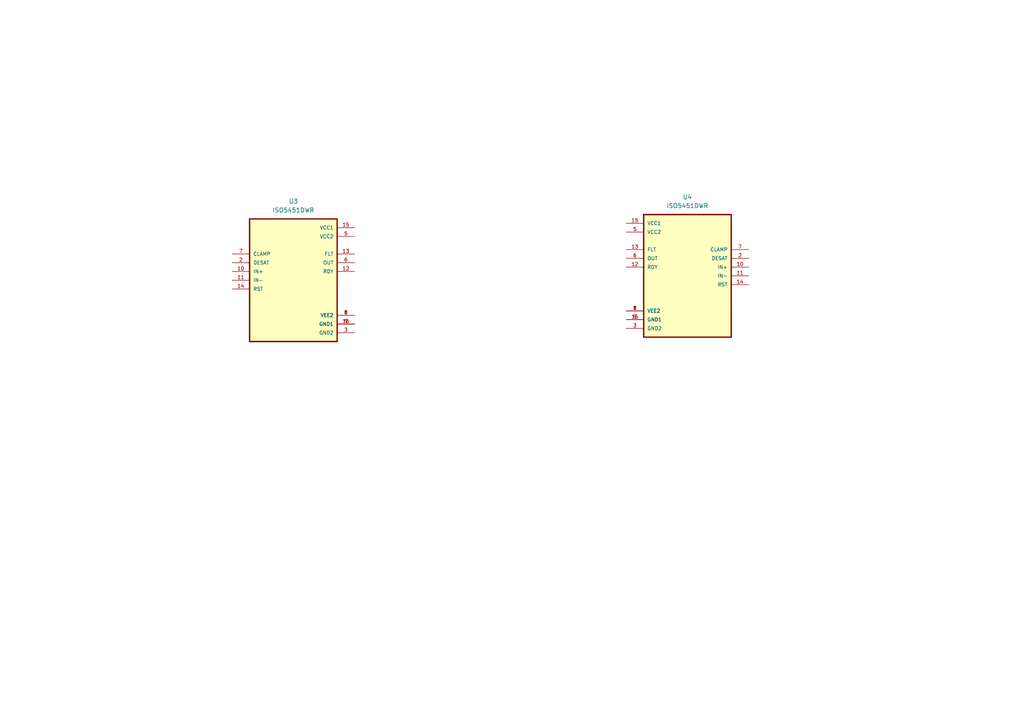
<source format=kicad_sch>
(kicad_sch (version 20250114) (generator "eeschema") (generator_version "9.0")
  (paper "A4")
  (lib_symbols
    (symbol "ktype:ISO5451DWR" (pin_names (offset 1.016))
      (property "Reference" "U" (at -12.7 18.78 0))
      (property "Value" "ISO5451DWR" (at -12.7 -21.78 0))
      (symbol "ISO5451DWR_0_0"
        (rectangle (start -12.7 -17.78) (end 12.7 17.78) (stroke (width 0.41)) (fill (type background)))
        (pin input line (at -17.78 7.62 0) (length 5.08) (name "CLAMP") (number "7"))
        (pin input line (at -17.78 5.08 0) (length 5.08) (name "DESAT") (number "2"))
        (pin input line (at -17.78 2.54 0) (length 5.08) (name "IN+") (number "10"))
        (pin input line (at -17.78 0 0) (length 5.08) (name "IN-") (number "11"))
        (pin input line (at -17.78 -2.54 0) (length 5.08) (name "RST") (number "14"))
        (pin power_in line (at 17.78 15.24 180) (length 5.08) (name "VCC1") (number "15"))
        (pin power_in line (at 17.78 12.7 180) (length 5.08) (name "VCC2") (number "5"))
        (pin output line (at 17.78 7.62 180) (length 5.08) (name "FLT") (number "13"))
        (pin output line (at 17.78 5.08 180) (length 5.08) (name "OUT") (number "6"))
        (pin output line (at 17.78 2.54 180) (length 5.08) (name "RDY") (number "12"))
        (pin power_in line (at 17.78 -10.16 180) (length 5.08) (name "VEE2") (number "1"))
        (pin power_in line (at 17.78 -10.16 180) (length 5.08) (name "VEE2") (number "8"))
        (pin power_in line (at 17.78 -12.7 180) (length 5.08) (name "GND1") (number "16"))
        (pin power_in line (at 17.78 -12.7 180) (length 5.08) (name "GND1") (number "9"))
        (pin power_in line (at 17.78 -15.24 180) (length 5.08) (name "GND2") (number "3"))
      )
    )
  )
  (symbol (lib_id "ktype:ISO5451DWR") (at 85.09 81.28 0) (unit 1)
    (property "Reference" "U3" (at 85.09 58.42 0))
    (property "Value" "ISO5451DWR" (at 85.09 60.96 0))
    (property "Footprint" "termocuplu:ISO5451_SOIC127P1030X265-16N" (effects (hide yes)))
    (property "MF" "Texas Instruments" (effects (hide yes)))
    (property "Description_1" "5.7kVrms, 2.5A/5A single-channel isolated gate driver with active protection features" (effects (hide yes)))
    (property "Package" "SOIC-16 Texas Instruments" (effects (hide yes)))
    (property "Price" "None" (effects (hide yes)))
    (property "SnapEDA_Link" "https://www.snapeda.com/parts/ISO5451DWR/Texas+Instruments/view-part/?ref=snap" (effects (hide yes)))
    (property "MP" "ISO5451DWR" (effects (hide yes)))
    (property "Availability" "In Stock" (effects (hide yes)))
    (property "Check_prices" "https://www.snapeda.com/parts/ISO5451DWR/Texas+Instruments/view-part/?ref=eda" (effects (hide yes)))
  )
  (symbol (lib_id "ktype:ISO5451DWR") (at 199.39 80.01 0) (mirror y) (unit 1)
    (property "Reference" "U4" (at 199.39 57.15 0))
    (property "Value" "ISO5451DWR" (at 199.39 59.69 0))
    (property "Footprint" "termocuplu:ISO5451_SOIC127P1030X265-16N" (effects (hide yes)))
    (property "MF" "Texas Instruments" (effects (hide yes)))
    (property "Description_1" "5.7kVrms, 2.5A/5A single-channel isolated gate driver with active protection features" (effects (hide yes)))
    (property "Package" "SOIC-16 Texas Instruments" (effects (hide yes)))
    (property "Price" "None" (effects (hide yes)))
    (property "SnapEDA_Link" "https://www.snapeda.com/parts/ISO5451DWR/Texas+Instruments/view-part/?ref=snap" (effects (hide yes)))
    (property "MP" "ISO5451DWR" (effects (hide yes)))
    (property "Availability" "In Stock" (effects (hide yes)))
    (property "Check_prices" "https://www.snapeda.com/parts/ISO5451DWR/Texas+Instruments/view-part/?ref=eda" (effects (hide yes)))
  )
)
</source>
